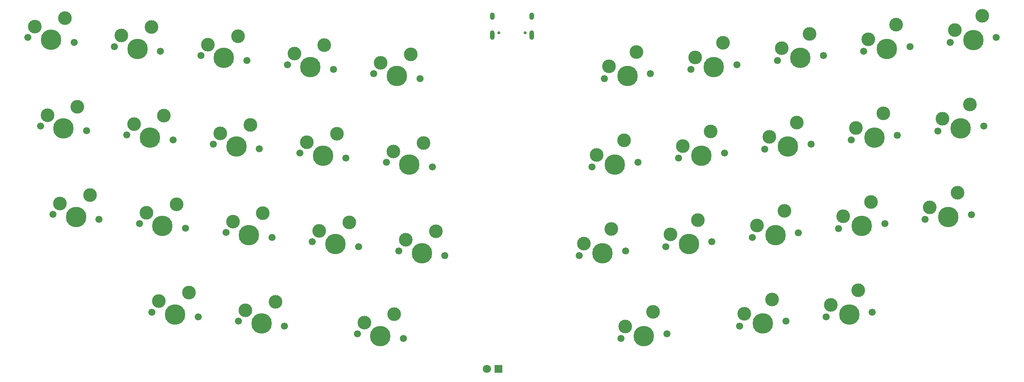
<source format=gbr>
%TF.GenerationSoftware,KiCad,Pcbnew,9.0.2*%
%TF.CreationDate,2025-07-14T20:44:15+08:00*%
%TF.ProjectId,Dimple_pcb,44696d70-6c65-45f7-9063-622e6b696361,rev?*%
%TF.SameCoordinates,Original*%
%TF.FileFunction,Soldermask,Top*%
%TF.FilePolarity,Negative*%
%FSLAX46Y46*%
G04 Gerber Fmt 4.6, Leading zero omitted, Abs format (unit mm)*
G04 Created by KiCad (PCBNEW 9.0.2) date 2025-07-14 20:44:15*
%MOMM*%
%LPD*%
G01*
G04 APERTURE LIST*
%ADD10R,1.800000X1.800000*%
%ADD11C,1.800000*%
%ADD12C,1.550000*%
%ADD13C,3.000000*%
%ADD14C,4.500000*%
%ADD15C,0.650000*%
%ADD16O,1.000000X1.600000*%
%ADD17O,1.000000X2.100000*%
G04 APERTURE END LIST*
D10*
X164706784Y-164693422D03*
D11*
X162166784Y-164693422D03*
D12*
X216917499Y-97888719D03*
D13*
X213860409Y-93102050D03*
D14*
X211865328Y-98419724D03*
D13*
X207810697Y-96291892D03*
D12*
X206813157Y-98950729D03*
X152937499Y-139840729D03*
D13*
X150942418Y-134523055D03*
D14*
X147885328Y-139309724D03*
D13*
X144361702Y-136385385D03*
D12*
X142833157Y-138778719D03*
X192487499Y-138778719D03*
D13*
X189430409Y-133992050D03*
D14*
X187435328Y-139309724D03*
D13*
X183380697Y-137181892D03*
D12*
X182383157Y-139840729D03*
X128517499Y-98950729D03*
D13*
X126522418Y-93633055D03*
D14*
X123465328Y-98419724D03*
D13*
X119941702Y-95495385D03*
D12*
X118413157Y-97888719D03*
X201587499Y-156968719D03*
D13*
X198530409Y-152182050D03*
D14*
X196535328Y-157499724D03*
D13*
X192480697Y-155371892D03*
D12*
X191483157Y-158030729D03*
X227647499Y-154228719D03*
D13*
X224590409Y-149442050D03*
D14*
X222595328Y-154759724D03*
D13*
X218540697Y-152631892D03*
D12*
X217543157Y-155290729D03*
X195247499Y-119328719D03*
D13*
X192190409Y-114542050D03*
D14*
X190195328Y-119859724D03*
D13*
X186140697Y-117731892D03*
D12*
X185143157Y-120390729D03*
X235877499Y-95898719D03*
D13*
X232820409Y-91112050D03*
D14*
X230825328Y-96429724D03*
D13*
X226770697Y-94301892D03*
D12*
X225773157Y-96960729D03*
X246572499Y-152246769D03*
D13*
X243515409Y-147460100D03*
D14*
X241520328Y-152777774D03*
D13*
X237465697Y-150649942D03*
D12*
X236468157Y-153308779D03*
X233127499Y-115358719D03*
D13*
X230070409Y-110572050D03*
D14*
X228075328Y-115889724D03*
D13*
X224020697Y-113761892D03*
D12*
X223023157Y-116420729D03*
X117797499Y-155290729D03*
D13*
X115802418Y-149973055D03*
D14*
X112745328Y-154759724D03*
D13*
X109221702Y-151835385D03*
D12*
X107693157Y-154228719D03*
X214197499Y-117338719D03*
D13*
X211140409Y-112552050D03*
D14*
X209145328Y-117869724D03*
D13*
X205090697Y-115741892D03*
D12*
X204093157Y-118400729D03*
X98867499Y-153290729D03*
D13*
X96872418Y-147973055D03*
D14*
X93815328Y-152759724D03*
D13*
X90291702Y-149835385D03*
D12*
X88763157Y-152228719D03*
X271027499Y-111378719D03*
D13*
X267970409Y-106592050D03*
D14*
X265975328Y-111909724D03*
D13*
X261920697Y-109781892D03*
D12*
X260923157Y-112440729D03*
D15*
X164776784Y-90858422D03*
X170556784Y-90858422D03*
D16*
X163346784Y-87208422D03*
D17*
X163346784Y-91388422D03*
D16*
X171986784Y-87208422D03*
D17*
X171986784Y-91388422D03*
D12*
X273747499Y-91928719D03*
D13*
X270690409Y-87142050D03*
D14*
X268695328Y-92459724D03*
D13*
X264640697Y-90331892D03*
D12*
X263643157Y-92990729D03*
X77157499Y-131860729D03*
D13*
X75162418Y-126543055D03*
D14*
X72105328Y-131329724D03*
D13*
X68581702Y-128405385D03*
D12*
X67053157Y-130798719D03*
X90627499Y-94970729D03*
D13*
X88632418Y-89653055D03*
D14*
X85575328Y-94439724D03*
D13*
X82051702Y-91515385D03*
D12*
X80523157Y-93908719D03*
X211437499Y-136788719D03*
D13*
X208380409Y-132002050D03*
D14*
X206385328Y-137319724D03*
D13*
X202330697Y-135191892D03*
D12*
X201333157Y-137850729D03*
X133997499Y-137850729D03*
D13*
X132002418Y-132533055D03*
D14*
X128945328Y-137319724D03*
D13*
X125421702Y-134395385D03*
D12*
X123893157Y-136788719D03*
X150207499Y-120390729D03*
D13*
X148212418Y-115073055D03*
D14*
X145155328Y-119859724D03*
D13*
X141631702Y-116935385D03*
D12*
X140103157Y-119328719D03*
X93367499Y-114410729D03*
D13*
X91372418Y-109093055D03*
D14*
X88315328Y-113879724D03*
D13*
X84791702Y-110955385D03*
D12*
X83263157Y-113348719D03*
X230397499Y-134798719D03*
D13*
X227340409Y-130012050D03*
D14*
X225345328Y-135329724D03*
D13*
X221290697Y-133201892D03*
D12*
X220293157Y-135860729D03*
X197967499Y-99878719D03*
D13*
X194910409Y-95092050D03*
D14*
X192915328Y-100409724D03*
D13*
X188860697Y-98281892D03*
D12*
X187863157Y-100940729D03*
X131257499Y-118400729D03*
D13*
X129262418Y-113083055D03*
D14*
X126205328Y-117869724D03*
D13*
X122681702Y-114945385D03*
D12*
X121153157Y-117338719D03*
X252077499Y-113368719D03*
D13*
X249020409Y-108582050D03*
D14*
X247025328Y-113899724D03*
D13*
X242970697Y-111771892D03*
D12*
X241973157Y-114430729D03*
X96107499Y-133850729D03*
D13*
X94112418Y-128533055D03*
D14*
X91055328Y-133319724D03*
D13*
X87531702Y-130395385D03*
D12*
X86003157Y-132788719D03*
X109567499Y-96960729D03*
D13*
X107572418Y-91643055D03*
D14*
X104515328Y-96429724D03*
D13*
X100991702Y-93505385D03*
D12*
X99463157Y-95898719D03*
X254817499Y-93918719D03*
D13*
X251760409Y-89132050D03*
D14*
X249765328Y-94449724D03*
D13*
X245710697Y-92321892D03*
D12*
X244713157Y-94980729D03*
X112307499Y-116400729D03*
D13*
X110312418Y-111083055D03*
D14*
X107255328Y-115869724D03*
D13*
X103731702Y-112945385D03*
D12*
X102203157Y-115338719D03*
X268277499Y-130818719D03*
D13*
X265220409Y-126032050D03*
D14*
X263225328Y-131349724D03*
D13*
X259170697Y-129221892D03*
D12*
X258173157Y-131880729D03*
X74417499Y-112420729D03*
D13*
X72422418Y-107103055D03*
D14*
X69365328Y-111889724D03*
D13*
X65841702Y-108965385D03*
D12*
X64313157Y-111358719D03*
X249327499Y-132808719D03*
D13*
X246270409Y-128022050D03*
D14*
X244275328Y-133339724D03*
D13*
X240220697Y-131211892D03*
D12*
X239223157Y-133870729D03*
X147457499Y-100940729D03*
D13*
X145462418Y-95623055D03*
D14*
X142405328Y-100409724D03*
D13*
X138881702Y-97485385D03*
D12*
X137353157Y-99878719D03*
X71677499Y-92980729D03*
D13*
X69682418Y-87663055D03*
D14*
X66625328Y-92449724D03*
D13*
X63101702Y-89525385D03*
D12*
X61573157Y-91918719D03*
X115057499Y-135840729D03*
D13*
X113062418Y-130523055D03*
D14*
X110005328Y-135309724D03*
D13*
X106481702Y-132385385D03*
D12*
X104953157Y-134778719D03*
X143847499Y-158040729D03*
D13*
X141852418Y-152723055D03*
D14*
X138795328Y-157509724D03*
D13*
X135271702Y-154585385D03*
D12*
X133743157Y-156978719D03*
M02*

</source>
